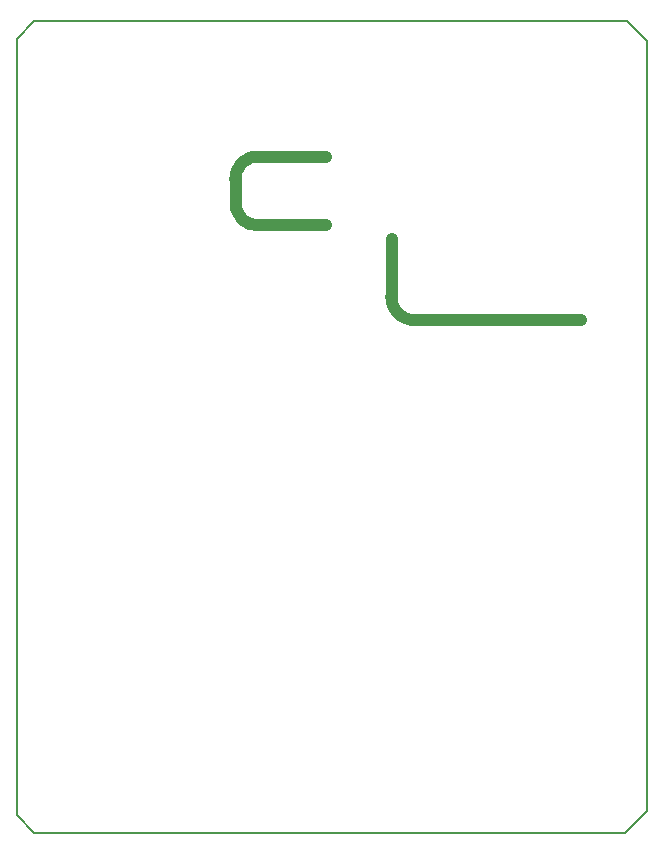
<source format=gko>
G04*
G04 #@! TF.GenerationSoftware,Altium Limited,Altium Designer,21.6.1 (37)*
G04*
G04 Layer_Color=16711935*
%FSLAX25Y25*%
%MOIN*%
G70*
G04*
G04 #@! TF.SameCoordinates,52293247-6156-4BB5-AEA0-72ABDA420298*
G04*
G04*
G04 #@! TF.FilePolarity,Positive*
G04*
G01*
G75*
%ADD15C,0.00500*%
%ADD70C,0.03937*%
D15*
X330000Y387063D02*
X330000Y130165D01*
X120000Y387535D02*
X125984Y393520D01*
X120000Y387535D02*
X120000Y128984D01*
X125984Y393520D02*
X323543D01*
X125984Y123000D02*
X135000D01*
X270000D02*
X322835D01*
X135000D02*
X270000D01*
X120000Y128984D02*
X125984Y123000D01*
X322835D02*
X330000Y130165D01*
X323543Y393520D02*
X330000Y387063D01*
D70*
X200500Y348450D02*
X199519Y348385D01*
X198555Y348194D01*
X197624Y347878D01*
X196742Y347443D01*
X195924Y346896D01*
X195185Y346248D01*
X194537Y345509D01*
X193990Y344691D01*
X193555Y343810D01*
X193239Y342878D01*
X193048Y341914D01*
X192983Y340933D01*
X193002Y333067D02*
X193066Y332086D01*
X193258Y331122D01*
X193574Y330190D01*
X194009Y329309D01*
X194555Y328491D01*
X195203Y327752D01*
X195942Y327104D01*
X196760Y326557D01*
X197642Y326122D01*
X198573Y325806D01*
X199537Y325615D01*
X200518Y325550D01*
X244983Y301500D02*
X245048Y300519D01*
X245239Y299555D01*
X245555Y298623D01*
X245990Y297742D01*
X246537Y296924D01*
X247185Y296185D01*
X247924Y295537D01*
X248742Y294990D01*
X249623Y294555D01*
X250555Y294239D01*
X251519Y294048D01*
X252500Y293983D01*
X200500Y348433D02*
X223016D01*
X200518Y325567D02*
X223034D01*
X193000Y333067D02*
Y340933D01*
X245000Y301500D02*
Y321000D01*
X252500Y294000D02*
X308000D01*
M02*

</source>
